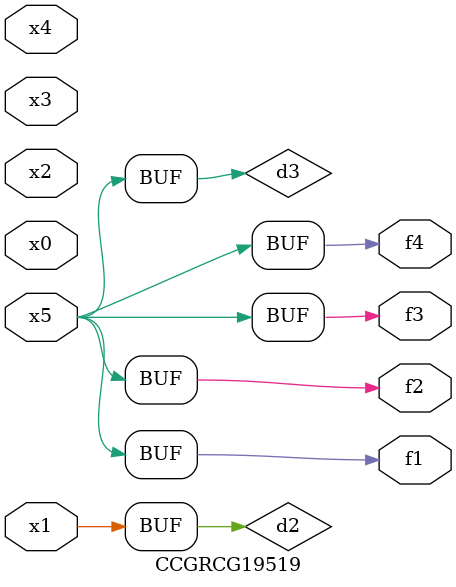
<source format=v>
module CCGRCG19519(
	input x0, x1, x2, x3, x4, x5,
	output f1, f2, f3, f4
);

	wire d1, d2, d3;

	not (d1, x5);
	or (d2, x1);
	xnor (d3, d1);
	assign f1 = d3;
	assign f2 = d3;
	assign f3 = d3;
	assign f4 = d3;
endmodule

</source>
